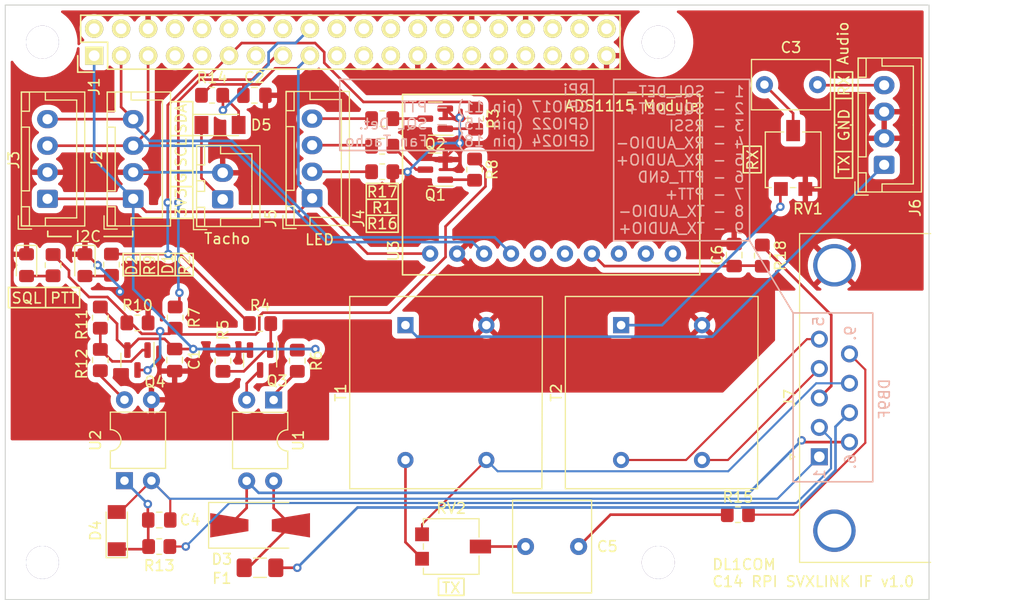
<source format=kicad_pcb>
(kicad_pcb (version 20211014) (generator pcbnew)
  (layers (0 "F.Cu" signal) (31 "B.Cu" signal) (34 "B.Paste" user) (35 "F.Paste" user) (36 "B.SilkS" user "B.Silkscreen") (37 "F.SilkS" user "F.Silkscreen") (38 "B.Mask" user) (39 "F.Mask" user) (44 "Edge.Cuts" user))
  (net 0 "")
  (net 1 "GND")
  (net 2 "+3V3")
  (net 3 "Net-(C3-Pad1)")
  (net 4 "/SOUNDCARD_RX_AUDIO")
  (net 5 "/SQL_DET-")
  (net 6 "Net-(C4-Pad2)")
  (net 7 "Net-(C5-Pad1)")
  (net 8 "Net-(C5-Pad2)")
  (net 9 "Net-(D1-Pad2)")
  (net 10 "Net-(D2-Pad2)")
  (net 11 "/PTT_GND")
  (net 12 "Net-(D3-Pad2)")
  (net 13 "/PTT+")
  (net 15 "/RPI_SDA")
  (net 17 "/RPI_SCL")
  (net 19 "/RPI_UART_TX")
  (net 20 "/RPI_UART_RX")
  (net 21 "/RPI_PTT")
  (net 24 "/RPI_SQL_DET")
  (net 26 "/RPI_FAN_TACHO")
  (net 44 "/SQL_DET+")
  (net 45 "/RSSI")
  (net 46 "/RX_AUDIO-")
  (net 47 "/RX_AUDIO+")
  (net 48 "/TX_AUDIO-")
  (net 49 "/TX_AUDIO+")
  (net 50 "Net-(Q1-Pad1)")
  (net 51 "/LED_SQL_AUX")
  (net 52 "Net-(Q2-Pad1)")
  (net 53 "Net-(Q3-Pad1)")
  (net 54 "Net-(Q3-Pad3)")
  (net 55 "Net-(Q4-Pad1)")
  (net 56 "Net-(Q4-Pad3)")
  (net 57 "/LED_PTT_AUX")
  (net 58 "Net-(R6-Pad1)")
  (net 59 "Net-(R12-Pad2)")
  (net 60 "Net-(RV1-Pad3)")
  (net 61 "Net-(RV2-Pad1)")
  (net 62 "/SOUNDCARD_TX_AUDIO")
  (net 68 "/LED_PWR_AUX")
  (net 69 "Net-(C6-Pad2)")
  (net 70 "Net-(D5-Pad1)")
  (net 71 "Net-(Q1-Pad3)")
  (net 72 "Net-(Q2-Pad3)")
  (footprint "Package_DIP:DIP-4_W7.62mm" (layer "F.Cu") (at 138.725 112.3 90)
    (fp_text reference "U2")
    (fp_text value "HCPL-B17")
  )
  (footprint "Resistor_SMD:R_0805_2012Metric_Pad1.20x1.40mm_HandSolder" (layer "F.Cu") (at 136.45 100.9375 -90)
    (fp_text reference "R12")
    (fp_text value "1k")
  )
  (footprint "Package_TO_SOT_SMD:SOT-23" (layer "F.Cu") (at 139.95 100.9375 -90)
    (fp_text reference "Q4")
    (fp_text value "BC857")
  )
  (footprint "RPi_Hat:RPi_Hat_Mounting_Hole" (layer "F.Cu") (at 189 71)
    (fp_text reference "H1" hide)
    (fp_text value "MountingHole" hide)
  )
  (footprint "Resistor_SMD:R_0805_2012Metric_Pad1.20x1.40mm_HandSolder" (layer "F.Cu") (at 137.5 91.955 90)
    (fp_text reference "R2")
    (fp_text value "1k")
  )
  (footprint "Capacitor_SMD:C_0805_2012Metric_Pad1.18x1.45mm_HandSolder" (layer "F.Cu") (at 143.45 100.9375 90)
    (fp_text reference "C1")
    (fp_text value "0.1u")
  )
  (footprint "Connector_Dsub:DSUB-9_Male_Horizontal_P2.77x2.84mm_EdgePinOffset7.70mm_Housed_MountingHolesOffset9.12mm" (layer "F.Cu") (at 204.169669 110.05 90)
    (fp_text reference "J7")
    (fp_text value "DB9F")
  )
  (footprint "Capacitor_SMD:C_0805_2012Metric_Pad1.18x1.45mm_HandSolder" (layer "F.Cu") (at 196.1475 91.0475 -90)
    (fp_text reference "C6")
    (fp_text value "1n")
  )
  (footprint "Resistor_SMD:R_0805_2012Metric_Pad1.20x1.40mm_HandSolder" (layer "F.Cu") (at 139.95 97.4375)
    (fp_text reference "R10")
    (fp_text value "10k")
  )
  (footprint "Diode_SMD:D_MiniMELF" (layer "F.Cu") (at 147.725 78.8)
    (fp_text reference "D5")
    (fp_text value "LL4148")
  )
  (footprint "RPi_Hat:RPi_Hat_Mounting_Hole" (layer "F.Cu") (at 131 71)
    (fp_text reference "H3" hide)
    (fp_text value "MountingHole" hide)
  )
  (footprint "Transformer_THT:Transformer_NF_ETAL_P3324" (layer "F.Cu") (at 165.19 97.65 90)
    (fp_text reference "T1")
    (fp_text value "1:1")
  )
  (footprint "Connector_JST:JST_XH_B4B-XH-A_1x04_P2.50mm_Vertical" (layer "F.Cu") (at 131.475 85.75 90)
    (fp_text reference "J3")
    (fp_text value "Conn_01x04")
  )
  (footprint "Capacitor_THT:C_Rect_L7.2mm_W8.5mm_P5.00mm_FKP2_FKP2_MKS2_MKP2" (layer "F.Cu") (at 181.5 118.5 180)
    (fp_text reference "C5")
    (fp_text value "2u2")
  )
  (footprint "Package_TO_SOT_SMD:SOT-23" (layer "F.Cu") (at 151.5 100.9375 -90)
    (fp_text reference "Q3")
    (fp_text value "BC847")
  )
  (footprint "LED_SMD:LED_0805_2012Metric_Pad1.15x1.40mm_HandSolder" (layer "F.Cu") (at 129.5 92 -90)
    (fp_text reference "D2")
    (fp_text value "Yellow")
  )
  (footprint "Potentiometer_SMD:Potentiometer_Vishay_TS53YL_Vertical" (layer "F.Cu") (at 169.5 118.5 180)
    (fp_text reference "RV2")
    (fp_text value "470...2k5")
  )
  (footprint "Capacitor_SMD:C_0805_2012Metric_Pad1.18x1.45mm_HandSolder" (layer "F.Cu") (at 142 116 180)
    (fp_text reference "C4")
    (fp_text value "0.1u")
  )
  (footprint "Resistor_SMD:R_0805_2012Metric_Pad1.20x1.40mm_HandSolder" (layer "F.Cu") (at 155 101 90)
    (fp_text reference "R6")
    (fp_text value "470R")
  )
  (footprint "Capacitor_SMD:C_0805_2012Metric_Pad1.18x1.45mm_HandSolder" (layer "F.Cu") (at 150.9625 76)
    (fp_text reference "C2")
    (fp_text value "0.1u")
  )
  (footprint "Package_TO_SOT_SMD:SOT-23" (layer "F.Cu") (at 168 83 180)
    (fp_text reference "Q1")
    (fp_text value "BC847")
  )
  (footprint "Resistor_SMD:R_0805_2012Metric_Pad1.20x1.40mm_HandSolder" (layer "F.Cu") (at 163 80.8 180)
    (fp_text reference "R1")
    (fp_text value "100R")
  )
  (footprint "Package_TO_SOT_SMD:SOT-23" (layer "F.Cu") (at 168 78.2 180)
    (fp_text reference "Q2")
    (fp_text value "BC847")
  )
  (footprint "Diode_SMD:D_MiniMELF" (layer "F.Cu") (at 138 117 90)
    (fp_text reference "D4")
    (fp_text value "LL4148")
  )
  (footprint "RPi_Hat:RPi_Hat_Mounting_Hole" (layer "F.Cu") (at 131 120)
    (fp_text reference "H2" hide)
    (fp_text value "MountingHole" hide)
  )
  (footprint "Diode_SMD:D_SMA-SMB_Universal_Handsoldering" (layer "F.Cu") (at 151.5 116.5)
    (fp_text reference "D3")
    (fp_text value "TVS 18V")
  )
  (footprint "Potentiometer_SMD:Potentiometer_Vishay_TS53YL_Vertical" (layer "F.Cu") (at 201.7 82.075 -90)
    (fp_text reference "RV1")
    (fp_text value "4k7...10k")
  )
  (footprint "Resistor_SMD:R_0805_2012Metric_Pad1.20x1.40mm_HandSolder" (layer "F.Cu") (at 163 78.2)
    (fp_text reference "R17")
    (fp_text value "100R")
  )
  (footprint "Connector_JST:JST_XH_B4B-XH-A_1x04_P2.50mm_Vertical" (layer "F.Cu") (at 156.4 85.7 90)
    (fp_text reference "J4")
    (fp_text value "Conn_01x04")
  )
  (footprint "Resistor_SMD:R_0805_2012Metric_Pad1.20x1.40mm_HandSolder" (layer "F.Cu") (at 163 83.2)
    (fp_text reference "R16")
    (fp_text value "100R")
  )
  (footprint "Fuse:Fuse_1206_3216Metric_Pad1.42x1.75mm_HandSolder" (layer "F.Cu") (at 151.4875 120.5)
    (fp_text reference "F1")
    (fp_text value "250mA")
  )
  (footprint "Connector_JST:JST_XH_B2B-XH-A_1x02_P2.50mm_Vertical" (layer "F.Cu") (at 147.975 85.8 90)
    (fp_text reference "J5")
    (fp_text value "Conn_01x02")
  )
  (footprint "Connector_JST:JST_XH_B4B-XH-A_1x04_P2.50mm_Vertical" (layer "F.Cu") (at 139.55 85.75 90)
    (fp_text reference "J2")
    (fp_text value "Conn_01x04")
  )
  (footprint "Resistor_SMD:R_0805_2012Metric_Pad1.20x1.40mm_HandSolder" (layer "F.Cu") (at 148 101 90)
    (fp_text reference "R5")
    (fp_text value "10k")
  )
  (footprint "LED_SMD:LED_0805_2012Metric_Pad1.15x1.40mm_HandSolder" (layer "F.Cu") (at 135 92 -90)
    (fp_text reference "D1")
    (fp_text value "Red")
  )
  (footprint "Capacitor_THT:C_Rect_L7.2mm_W4.5mm_P5.00mm_FKS2_FKP2_MKS2_MKP2" (layer "F.Cu") (at 199 75)
    (fp_text reference "C3")
    (fp_text value "1u")
  )
  (footprint "Resistor_SMD:R_0805_2012Metric_Pad1.20x1.40mm_HandSolder" (layer "F.Cu") (at 171.8 78.2 -90)
    (fp_text reference "R3")
    (fp_text value "22k")
  )
  (footprint "Resistor_SMD:R_0805_2012Metric_Pad1.20x1.40mm_HandSolder" (layer "F.Cu") (at 132 92 -90)
    (fp_text reference "R9")
    (fp_text value "1k")
  )
  (footprint "RPi_Hat:RPi_Hat_Mounting_Hole" (layer "F.Cu") (at 189 120)
    (fp_text reference "H4" hide)
    (fp_text value "MountingHole" hide)
  )
  (footprint "Resistor_SMD:R_0805_2012Metric_Pad1.20x1.40mm_HandSolder" (layer "F.Cu") (at 143.5 96.9375 90)
    (fp_text reference "R7")
    (fp_text value "1k")
  )
  (footprint "Resistor_SMD:R_0805_2012Metric_Pad1.20x1.40mm_HandSolder" (layer "F.Cu") (at 136.45 96.9375 90)
    (fp_text reference "R11")
    (fp_text value "10k")
  )
  (footprint "Resistor_SMD:R_0805_2012Metric_Pad1.20x1.40mm_HandSolder" (layer "F.Cu") (at 142 118.5 180)
    (fp_text reference "R13")
    (fp_text value "2k2")
  )
  (footprint "Resistor_SMD:R_0805_2012Metric_Pad1.20x1.40mm_HandSolder" (layer "F.Cu") (at 146.975 76)
    (fp_text reference "R14")
    (fp_text value "10k")
  )
  (footprint "Connector_JST:JST_XH_B4B-XH-A_1x04_P2.50mm_Vertical" (layer "F.Cu") (at 210.275 82.55 90)
    (fp_text reference "J6")
    (fp_text value "Conn_01x04")
  )
  (footprint "Resistor_SMD:R_0805_2012Metric_Pad1.20x1.40mm_HandSolder" (layer "F.Cu") (at 171.7 83 -90)
    (fp_text reference "R8")
    (fp_text value "22k")
  )
  (footprint "Resistor_SMD:R_0805_2012Metric_Pad1.20x1.40mm_HandSolder" (layer "F.Cu") (at 151.5 97.5 180)
    (fp_text reference "R4")
    (fp_text value "10k")
  )
  (footprint "Resistor_SMD:R_0805_2012Metric_Pad1.20x1.40mm_HandSolder" (layer "F.Cu") (at 196.5 115.5)
    (fp_text reference "R15")
    (fp_text value "470R")
  )
  (footprint "Resistor_SMD:R_0805_2012Metric_Pad1.20x1.40mm_HandSolder" (layer "F.Cu") (at 198.8 91.1 90)
    (fp_text reference "R18")
    (fp_text value "1k")
  )
  (footprint "Package_DIP:DIP-4_W7.62mm" (layer "F.Cu") (at 152.775 104.7 -90)
    (fp_text reference "U1")
    (fp_text value "TLP222A o. AQY282EH")
  )
  (footprint "ADS1115_Module:ADS1115 Module" (layer "F.Cu") (at 192.9125 92.9125 90)
    (fp_text reference "U3")
    (fp_text value "ADS1115_Module")
  )
  (footprint "Transformer_THT:Transformer_NF_ETAL_P3324" (layer "F.Cu") (at 185.5 97.65 90)
    (fp_text reference "T2")
    (fp_text value "1:1")
  )
  (footprint "RPi_Hat:Pin_Header_Straight_2x20" (layer "F.Cu") (at 160 71 90)
    (fp_text reference "J1")
    (fp_text value "RPi_GPIO Tall")
  )
  (gr_rect (start 201.7 96.5) (end 209.2 112.4) (layer "B.SilkS") (width 0.15) (fill none))
  (gr_line (start 201.7 96.5) (end 197.6 89.7) (layer "B.SilkS") (width 0.15))
  (gr_rect (start 182.9 74.5) (end 159 81.2) (layer "B.SilkS") (width 0.15) (fill none))
  (gr_rect (start 184.8 74.5) (end 197.6 89.7) (layer "B.SilkS") (width 0.15) (fill none))
  (gr_line (start 133.7 89.3) (end 131.5 89.3) (layer "F.SilkS") (width 0.15))
  (gr_line (start 205.7 78.8) (end 205.8 78.8) (layer "F.SilkS") (width 0.15))
  (gr_line (start 139.5 89.3) (end 139.5 88.8) (layer "F.SilkS") (width 0.15))
  (gr_line (start 143.5 90.9) (end 143.5 93) (layer "F.SilkS") (width 0.15))
  (gr_rect (start 127.8 94.1) (end 134.5 96) (layer "F.SilkS") (width 0.15) (fill none))
  (gr_line (start 143.06 83.1) (end 145.16 83.1) (layer "F.SilkS") (width 0.15))
  (gr_line (start 141.9 93) (end 141.9 90.9) (layer "F.SilkS") (width 0.15))
  (gr_rect (start 205.6 83.8) (end 207.3 73.8) (layer "F.SilkS") (width 0.15) (fill none))
  (gr_rect (start 197 80.8) (end 198.7 83.3) (layer "F.SilkS") (width 0.15) (fill none))
  (gr_line (start 164.5 88.9) (end 164.5 84.3) (layer "F.SilkS") (width 0.15))
  (gr_line (start 143.06 79.8) (end 145.16 79.8) (layer "F.SilkS") (width 0.15))
  (gr_line (start 145.2 93) (end 138.6 93) (layer "F.SilkS") (width 0.15))
  (gr_line (start 164.5 84.3) (end 161.5 84.3) (layer "F.SilkS") (width 0.15))
  (gr_line (start 140.2 90.9) (end 140.2 93) (layer "F.SilkS") (width 0.15))
  (gr_line (start 207.3 78.8) (end 207.1 78.8) (layer "F.SilkS") (width 0.15))
  (gr_line (start 131.5 89.3) (end 131.5 88.8) (layer "F.SilkS") (width 0.15))
  (gr_line (start 161.5 84.3) (end 161.5 88.9) (layer "F.SilkS") (width 0.15))
  (gr_line (start 161.5 88.9) (end 164.5 88.9) (layer "F.SilkS") (width 0.15))
  (gr_rect (start 143.06 76.6) (end 145.16 87.6) (layer "F.SilkS") (width 0.15) (fill none))
  (gr_line (start 205.6 76.3) (end 207.3 76.3) (layer "F.SilkS") (width 0.15))
  (gr_line (start 205.6 81.3) (end 207.3 81.3) (layer "F.SilkS") (width 0.15))
  (gr_line (start 136.8 89.3) (end 139.5 89.3) (layer "F.SilkS") (width 0.15))
  (gr_line (start 161.5 87.3) (end 164.5 87.3) (layer "F.SilkS") (width 0.15))
  (gr_line (start 143.06 84.6) (end 145.16 84.6) (layer "F.SilkS") (width 0.15))
  (gr_line (start 145.2 90.9) (end 145.2 93) (layer "F.SilkS") (width 0.15))
  (gr_line (start 161.5 85.8) (end 164.5 85.8) (layer "F.SilkS") (width 0.15))
  (gr_line (start 131.3 94.1) (end 131.3 96) (layer "F.SilkS") (width 0.15))
  (gr_line (start 138.6 90.9) (end 145.2 90.9) (layer "F.SilkS") (width 0.15))
  (gr_line (start 138.6 93) (end 138.6 90.9) (layer "F.SilkS") (width 0.15))
  (gr_rect (start 168.3 121.5) (end 170.7 123.1) (layer "F.SilkS") (width 0.15) (fill none))
  (gr_line locked (start 127.5 67.5) (end 214.5 67.5) (layer "Edge.Cuts") (width 0.1))
  (gr_line locked (start 214.5 123.5) (end 127.5 123.5) (layer "Edge.Cuts") (width 0.1))
  (gr_line locked (start 127.5 123.5) (end 127.5 67.5) (layer "Edge.Cuts") (width 0.1))
  (gr_line locked (start 214.5 67.5) (end 214.5 123.5) (layer "Edge.Cuts") (width 0.1))
  (gr_text "6." (at 207.1 110.5 90) (layer "B.SilkS") (effects (font (size 1 1)) (justify mirror)))
  (gr_text "9." (at 207.1 98.4 90) (layer "B.SilkS") (effects (font (size 1 1)) (justify mirror)))
  (gr_text "1" (at 204.2 111.7 90) (layer "B.SilkS") (effects (font (size 1 1)) (justify mirror)))
  (gr_text "5" (at 204.1 97.3 90) (layer "B.SilkS") (effects (font (size 1 1)) (justify mirror)))
  (gr_text "RPi\nGPIO17 (pin 11) - PTT\nGPIO22 (pin 15) - SQL Det.\nGPIO24 (pin 18) - Fan Tacho" (at 182.6 77.9) (layer "B.SilkS") (effects (font (size 1 1)) (justify left mirror)))
  (gr_text "1 - SQL_DET-\n2 - SQL_DET+\n3 - RSSI\n4 - RX_AUDIO-\n5 - RX_AUDIO+\n6 - PTT_GND\n7 - PTT+\n8 - TX_AUDIO-\n9 - TX_AUDIO+" (at 197.2 82.1) (layer "B.SilkS") (effects (font (size 1 1)) (justify left mirror)))
  (gr_text "DB9F" (at 210.3 104.6 90) (layer "B.SilkS") (effects (font (size 1 1)) (justify mirror)))
  (gr_text "G" (at 144.06 83.8 90) (layer "F.SilkS") (effects (font (size 1 1))))
  (gr_text "Tacho" (at 148.4 89.5) (layer "F.SilkS") (effects (font (size 1 1))))
  (gr_text "RX" (at 206.5 75.1 90) (layer "F.SilkS") (effects (font (size 1 1))))
  (gr_text "RX" (at 197.9 82.1 90) (layer "F.SilkS") (effects (font (size 1 1))))
  (gr_text "TX" (at 169.5 122.4) (layer "F.SilkS") (effects (font (size 1 1))))
  (gr_text "SCL" (at 144.06 81.4 90) (layer "F.SilkS") (effects (font (size 1 1))))
  (gr_text "3V3" (at 144.06 86.1 90) (layer "F.SilkS") (effects (font (size 1 1))))
  (gr_text "I2C" (at 135.3 89.3) (layer "F.SilkS") (effects (font (size 1 1))))
  (gr_text "SQL" (at 129.5 95.1) (layer "F.SilkS") (effects (font (size 1 1))))
  (gr_text "PTT" (at 133 95.1) (layer "F.SilkS") (effects (font (size 1 1))))
  (gr_text "TX" (at 206.5 82.5 90) (layer "F.SilkS") (effects (font (size 1 1))))
  (gr_text "LED" (at 157.1 89.6) (layer "F.SilkS") (effects (font (size 1 1))))
  (gr_text "DL1COM\nC14 RPI SVXLINK IF v1.0" (at 194 121) (layer "F.SilkS") (effects (font (size 1 1)) (justify left)))
  (gr_text "GND" (at 206.5 78.8 90) (layer "F.SilkS") (effects (font (size 1 1))))
  (gr_text "Audio" (at 206.4 71.1 90) (layer "F.SilkS") (effects (font (size 1 1))))
  (gr_text "SDA" (at 144.06 78.2 90) (layer "F.SilkS") (effects (font (size 1 1))))
  (segment (start 164 83.2) (end 165.375402 83.2) (width 0.25) (layer "F.Cu") (net 1))
  (segment (start 140.95 97.15) (end 140.95 97.4375) (width 0.25) (layer "F.Cu") (net 1))
  (segment (start 165.375402 83.2) (end 165.387701 83.212299) (width 0.25) (layer "F.Cu") (net 1))
  (segment (start 168.9375 81.8625) (end 170.3 80.5) (width 0.25) (layer "F.Cu") (net 1))
  (segment (start 135 90.975) (end 135.175 90.975) (width 0.25) (layer "F.Cu") (net 1))
  (segment (start 168.9375 82.05) (end 168.9375 81.8625) (width 0.25) (layer "F.Cu") (net 1))
  (segment (start 169.7875 78.1) (end 168.9375 77.25) (width 0.25) (layer "F.Cu") (net 1))
  (segment (start 170.3 78.1) (end 169.7875 78.1) (width 0.25) (layer "F.Cu") (net 1))
  (segment (start 135.175 90.975) (end 136.2 92) (width 0.25) (layer "F.Cu") (net 1))
  (via (at 136.2 92) (size 0.8) (drill 0.4) (layers "F.Cu" "B.Cu") (net 1))
  (via (at 170.3 80.5) (size 0.8) (drill 0.4) (layers "F.Cu" "B.Cu") (net 1))
  (via (at 165.387701 83.212299) (size 0.8) (drill 0.4) (layers "F.Cu" "B.Cu") (net 1))
  (via (at 170.3 78.1) (size 0.8) (drill 0.4) (layers "F.Cu" "B.Cu") (net 1))
  (via (at 138.3 94.5) (size 0.8) (drill 0.4) (layers "F.Cu" "B.Cu") (net 1))
  (segment (start 139.55 83.25) (end 147.925 83.25) (width 0.25) (layer "B.Cu") (net 1))
  (segment (start 165.387701 83.212299) (end 168.1 80.5) (width 0.25) (layer "B.Cu") (net 1))
  (segment (start 147.925 83.25) (end 147.975 83.3) (width 0.25) (layer "B.Cu") (net 1))
  (segment (start 168.1 80.5) (end 170.3 80.5) (width 0.25) (layer "B.Cu") (net 1))
  (segment (start 136.2 92) (end 138.3 94.1) (width 0.25) (layer "B.Cu") (net 1))
  (segment (start 170.3 80.5) (end 170.3 78.1) (width 0.25) (layer "B.Cu") (net 1))
  (segment (start 138.3 94.1) (end 138.3 94.5) (width 0.25) (layer "B.Cu") (net 1))
  (segment (start 143.45 99.9) (end 145.2 99.9) (width 0.25) (layer "F.Cu") (net 2))
  (segment (start 143.45 99.9) (end 142.48798 98.93798) (width 0.25) (layer "F.Cu") (net 2))
  (segment (start 167.5125 90.9125) (end 161.6125 90.9125) (width 0.25) (layer "F.Cu") (net 2))
  (segment (start 146.99952 74.97548) (end 149.92452 74.97548) (width 0.25) (layer "F.Cu") (net 2))
  (segment (start 131.475 85.75) (end 139.55 85.75) (width 0.25) (layer "F.Cu") (net 2))
  (segment (start 149.92452 74.97548) (end 151.399527 74.97548) (width 0.25) (layer "F.Cu") (net 2))
  (segment (start 142.48798 98.93798) (end 140.06202 98.93798) (width 0.25) (layer "F.Cu") (net 2))
  (segment (start 156.7 99.9) (end 155.1 99.9) (width 0.25) (layer "F.Cu") (net 2))
  (segment (start 140.77452 86.97452) (end 155.12548 86.97452) (width 0.25) (layer "F.Cu") (net 2))
  (segment (start 155.1 99.9) (end 155 100) (width 0.25) (layer "F.Cu") (net 2))
  (segment (start 138.02548 97.51298) (end 136.45 95.9375) (width 0.25) (layer "F.Cu") (net 2))
  (segment (start 140.06202 98.93798) (end 139 100) (width 0.25) (layer "F.Cu") (net 2))
  (segment (start 155.001889 73.458111) (end 156.19 72.27) (width 0.25) (layer "F.Cu") (net 2))
  (segment (start 145.975 76) (end 146.99952 74.97548) (width 0.25) (layer "F.Cu") (net 2))
  (segment (start 139.55 85.75) (end 140.77452 86.97452) (width 0.25) (layer "F.Cu") (net 2))
  (segment (start 149.925 76) (end 149.925 74.97596) (width 0.25) (layer "F.Cu") (net 2))
  (segment (start 138.02548 99.02548) (end 138.02548 97.51298) (width 0.25) (layer "F.Cu") (net 2))
  (segment (start 139 100) (end 138.02548 99.02548) (width 0.25) (layer "F.Cu") (net 2))
  (segment (start 151.399527 74.97548) (end 152.916896 73.458111) (width 0.25) (layer "F.Cu") (net 2))
  (segment (start 149.925 74.97596) (end 149.92452 74.97548) (width 0.25) (layer "F.Cu") (net 2))
  (segment (start 155.12548 86.97452) (end 156.4 85.7) (width 0.25) (layer "F.Cu") (net 2))
  (segment (start 161.6125 90.9125) (end 156.4 85.7) (width 0.25) (layer "F.Cu") (net 2))
  (segment (start 152.916896 73.458111) (end 155.001889 73.458111) (width 0.25) (layer "F.Cu") (net 2))
  (via (at 156.7 99.9) (size 0.8) (drill 0.4) (layers "F.Cu" "B.Cu") (net 2))
  (via (at 145.2 99.9) (size 0.8) (drill 0.4) (layers "F.Cu" "B.Cu") (net 2))
  (segment (start 156.4 85.7) (end 155.10048 84.40048) (width 0.25) (layer "B.Cu") (net 2))
  (segment (start 155.10048 73.35952) (end 156.19 72.27) (width 0.25) (layer "B.Cu") (net 2))
  (segment (start 145.2 99.9) (end 156.7 99.9) (width 0.25) (layer "B.Cu") (net 2))
  (segment (start 135.87 82.07) (end 135.87 72.27) (width 0.25) (layer "B.Cu") (net 2))
  (segment (start 155.10048 84.40048) (end 155.10048 73.35952) (width 0.25) (layer "B.Cu") (net 2))
  (segment (start 139.55 94.25) (end 145.2 99.9) (width 0.25) (layer "B.Cu") (net 2))
  (segment (start 139.55 85.75) (end 135.87 82.07) (width 0.25) (layer "B.Cu") (net 2))
  (segment (start 139.55 85.75) (end 139.55 94.25) (width 0.25) (layer "B.Cu") (net 2))
  (segment (start 201.7 79.325) (end 201.7 77.7) (width 0.25) (layer "F.Cu") (net 3))
  (segment (start 201.7 77.7) (end 199 75) (width 0.25) (layer "F.Cu") (net 3))
  (segment (start 210.275 75.05) (end 204.05 75.05) (width 0.25) (layer "F.Cu") (net 4))
  (segment (start 204.05 75.05) (end 204 75) (width 0.25) (layer "F.Cu") (net 4))
  (segment (start 143.0375 114.0725) (end 143.0375 116) (width 0.2) (layer "F.Cu") (net 5))
  (segment (start 138.315 115.25) (end 138 115.25) (width 0.2) (layer "F.Cu") (net 5))
  (segment (start 141.265 112.3) (end 138.315 115.25) (width 0.2) (layer "F.Cu") (net 5))
  (segment (start 141.265 112.3) (end 143.0375 114.0725) (width 0.2) (layer "F.Cu") (net 5))
  (segment (start 141.265 112.3) (end 142.965 114) (width 0.2) (layer "B.Cu") (net 5))
  (segment (start 142.965 114) (end 200.219669 114) (width 0.2) (layer "B.Cu") (net 5))
  (segment (start 200.219669 114) (end 204.169669 110.05) (width 0.2) (layer "B.Cu") (net 5))
  (segment (start 140.75 118.75) (end 141 118.5) (width 0.25) (layer "F.Cu") (net 6))
  (segment (start 140.9625 116) (end 140.9625 118.4625) (width 0.25) (layer "F.Cu") (net 6))
  (segment (start 140.925 114.5) (end 140.925 115.9625) (width 0.25) (layer "F.Cu") (net 6))
  (segment (start 140.9625 118.4625) (end 141 118.5) (width 0.25) (layer "F.Cu") (net 6))
  (segment (start 140.925 115.9625) (end 140.9625 116) (width 0.25) (layer "F.Cu") (net 6))
  (segment (start 138 118.75) (end 140.75 118.75) (width 0.25) (layer "F.Cu") (net 6))
  (via (at 140.925 114.5) (size 0.8) (drill 0.4) (layers "F.Cu" "B.Cu") (net 6))
  (segment (start 138.725 112.3) (end 140.925 114.5) (width 0.25) (layer "B.Cu") (net 6))
  (segment (start 184.5 115.5) (end 195.5 115.5) (width 0.25) (layer "F.Cu") (net 7))
  (segment (start 181.5 118.5) (end 184.5 115.5) (width 0.25) (layer "F.Cu") (net 7))
  (segment (start 172.25 118.5) (end 176.5 118.5) (width 0.25) (layer "F.Cu") (net 8))
  (segment (start 137.43 93.025) (end 137.5 92.955) (width 0.25) (layer "F.Cu") (net 9))
  (segment (start 135 93.025) (end 137.43 93.025) (width 0.25) (layer "F.Cu") (net 9))
  (segment (start 129.5 93.025) (end 131.975 93.025) (width 0.25) (layer "F.Cu") (net 10))
  (segment (start 131.975 93.025) (end 132 93) (width 0.25) (layer "F.Cu") (net 10))
  (segment (start 202.665 108.665) (end 207.009669 108.665) (width 0.25) (layer "F.Cu") (net 11))
  (segment (start 150.235 114.865) (end 150.235 112.32) (width 0.25) (layer "F.Cu") (net 11))
  (segment (start 202.5 108.5) (end 202.665 108.665) (width 0.25) (layer "F.Cu") (net 11))
  (segment (start 148.6 116.5) (end 150.235 114.865) (width 0.25) (layer "F.Cu") (net 11))
  (via (at 202.5 108.5) (size 0.8) (drill 0.4) (layers "F.Cu" "B.Cu") (net 11))
  (segment (start 151.359511 113.444511) (end 197.555489 113.444511) (width 0.25) (layer "B.Cu") (net 11))
  (segment (start 197.555489 113.444511) (end 202.5 108.5) (width 0.25) (layer "B.Cu") (net 11))
  (segment (start 150.235 112.32) (end 151.359511 113.444511) (width 0.25) (layer "B.Cu") (net 11))
  (segment (start 152.775 112.32) (end 152.775 114.875) (width 0.25) (layer "F.Cu") (net 12))
  (segment (start 152.775 114.875) (end 154.4 116.5) (width 0.25) (layer "F.Cu") (net 12))
  (segment (start 150 120.5) (end 150.4 120.5) (width 0.25) (layer "F.Cu") (net 12))
  (segment (start 150.4 120.5) (end 154.4 116.5) (width 0.25) (layer "F.Cu") (net 12))
  (segment (start 152.975 120.5) (end 155 120.5) (width 0.25) (layer "F.Cu") (net 13))
  (via (at 155 120.5) (size 0.8) (drill 0.4) (layers "F.Cu" "B.Cu") (net 13))
  (segment (start 155 120.5) (end 160.675962 114.824038) (width 0.25) (layer "B.Cu") (net 13))
  (segment (start 160.675962 114.824038) (end 202.195014 114.824038) (width 0.25) (layer "B.Cu") (net 13))
  (segment (start 205.6937 107.210969) (end 207.009669 105.895) (width 0.25) (layer "B.Cu") (net 13))
  (segment (start 205.6937 111.325352) (end 205.6937 107.210969) (width 0.25) (layer "B.Cu") (net 13))
  (segment (start 202.195014 114.824038) (end 205.6937 111.325352) (width 0.25) (layer "B.Cu") (net 13))
  (segment (start 138.41 72.27) (end 138.41 77.11) (width 0.25) (layer "F.Cu") (net 15))
  (segment (start 138.41 77.11) (end 139.55 78.25) (width 0.25) (layer "F.Cu") (net 15))
  (segment (start 131.475 78.25) (end 139.55 78.25) (width 0.25) (layer "F.Cu") (net 15))
  (segment (start 175.1325 90.9125) (end 173.596469 89.376469) (width 0.25) (layer "B.Cu") (net 15))
  (segment (start 148.862987 80.30048) (end 141.1 80.30048) (width 0.25) (layer "B.Cu") (net 15))
  (segment (start 139.55 78.75048) (end 139.55 78.25) (width 0.25) (layer "B.Cu") (net 15))
  (segment (start 157.938976 89.376469) (end 148.862987 80.30048) (width 0.25) (layer "B.Cu") (net 15))
  (segment (start 173.596469 89.376469) (end 157.938976 89.376469) (width 0.25) (layer "B.Cu") (net 15))
  (segment (start 141.1 80.30048) (end 139.55 78.75048) (width 0.25) (layer "B.Cu") (net 15))
  (segment (start 140.95 79.35) (end 139.55 80.75) (width 0.25) (layer "F.Cu") (net 17))
  (segment (start 131.475 80.75) (end 139.55 80.75) (width 0.25) (layer "F.Cu") (net 17))
  (segment (start 140.95 72.27) (end 140.95 79.35) (width 0.25) (layer "F.Cu") (net 17))
  (segment (start 171.505989 89.825989) (end 172.5925 90.9125) (width 0.25) (layer "B.Cu") (net 17))
  (segment (start 139.55 80.75) (end 148.676789 80.75) (width 0.25) (layer "B.Cu") (net 17))
  (segment (start 157.752778 89.825989) (end 171.505989 89.825989) (width 0.25) (layer "B.Cu") (net 17))
  (segment (start 148.676789 80.75) (end 157.752778 89.825989) (width 0.25) (layer "B.Cu") (net 17))
  (segment (start 157.541889 71.941645) (end 157.541889 72.941889) (width 0.25) (layer "F.Cu") (net 21))
  (segment (start 143.1 76.62679) (end 142.800497 76.926293) (width 0.25) (layer "F.Cu") (net 21))
  (segment (start 146.76356 74.07644) (end 145.65035 74.07644) (width 0.25) (layer "F.Cu") (net 21))
  (segment (start 157.541889 72.941889) (end 161.22548 76.62548) (width 0.25) (layer "F.Cu") (net 21))
  (segment (start 149.758111 71.081889) (end 156.682133 71.081889) (width 0.25) (layer "F.Cu") (net 21))
  (segment (start 156.682133 71.081889) (end 157.541889 71.941645) (width 0.25) (layer "F.Cu") (net 21))
  (segment (start 137.5 90.955) (end 142.855 90.955) (width 0.25) (layer "F.Cu") (net 21))
  (segment (start 143.955 90.955) (end 150.5 97.5) (width 0.25) (layer "F.Cu") (net 21))
  (segment (start 145.65035 74.07644) (end 143.1 76.62679) (width 0.25) (layer "F.Cu") (net 21))
  (segment (start 148.57 72.27) (end 149.758111 71.081889) (width 0.25) (layer "F.Cu") (net 21))
  (segment (start 171.22548 76.62548) (end 171.8 77.2) (width 0.25) (layer "F.Cu") (net 21))
  (segment (start 142.855 90.955) (end 143.955 90.955) (width 0.25) (layer "F.Cu") (net 21))
  (segment (start 142.800497 76.926293) (end 142.800497 86.1) (width 0.25) (layer "F.Cu") (net 21))
  (segment (start 161.22548 76.62548) (end 171.22548 76.62548) (width 0.25) (layer "F.Cu") (net 21))
  (segment (start 148.57 72.27) (end 146.76356 74.07644) (width 0.25) (layer "F.Cu") (net 21))
  (via (at 142.800497 86.1) (size 0.8) (drill 0.4) (layers "F.Cu" "B.Cu") (net 21))
  (via (at 142.855 90.955) (size 0.8) (drill 0.4) (layers "F.Cu" "B.Cu") (net 21))
  (segment (start 142.800497 86.1) (end 142.800497 90.900497) (width 0.25) (layer "B.Cu") (net 21))
  (segment (start 142.800497 90.900497) (end 142.855 90.955) (width 0.25) (layer "B.Cu") (net 21))
  (segment (start 153.65 72.27) (end 153.019282 72.27) (width 0.25) (layer "F.Cu") (net 24))
  (segment (start 143.9 95.5375) (end 143.5 95.9375) (width 0.25) (layer "F.Cu") (net 24))
  (segment (start 145.836547 74.52596) (end 143.8 76.562507) (width 0.25) (layer "F.Cu") (net 24))
  (segment (start 143.9 94.6) (end 143.9 95.5375) (width 0.25) (layer "F.Cu") (net 24))
  (segment (start 153.019282 72.27) (end 150.763322 74.52596) (width 0.25) (layer "F.Cu") (net 24))
  (segment (start 143.8 76.562507) (end 143.8 86.1) (width 0.25) (layer "F.Cu") (net 24))
  (segment (start 150.763322 74.52596) (end 145.836547 74.52596) (width 0.25) (layer "F.Cu") (net 24))
  (via (at 143.8 86.1) (size 0.8) (drill 0.4) (layers "F.Cu" "B.Cu") (net 24))
  (via (at 143.9 94.6) (size 0.8) (drill 0.4) (layers "F.Cu" "B.Cu") (net 24))
  (segment (start 143.8 86.1) (end 143.8 94.5) (width 0.25) (layer "B.Cu") (net 24))
  (segment (start 143.8 94.5) (end 143.9 94.6) (width 0.25) (layer "B.Cu") (net 24))
  (segment (start 147.975 76) (end 149.475 77.5) (width 0.25) (layer "F.Cu") (net 26))
  (segment (start 148 77.4) (end 148 76.025) (width 0.25) (layer "F.Cu") (net 26))
  (segment (start 148 76.025) (end 147.975 76) (width 0.25) (layer "F.Cu") (net 26))
  (segment (start 149.475 77.5) (end 149.475 78.8) (width 0.25) (layer "F.Cu") (net 26))
  (via (at 148 77.4) (size 0.8) (drill 0.4) (layers "F.Cu" "B.Cu") (net 26))
  (segment (start 153.157867 71.081889) (end 152.298111 71.941645) (width 0.25) (layer "B.Cu") (net 26))
  (segment (start 156.19 69.73) (end 154.838111 71.081889) (width 0.25) (layer "B.Cu") (net 26))
  (segment (start 154.838111 71.081889) (end 153.157867 71.081889) (width 0.25) (layer "B.Cu") (net 26))
  (segment (start 152.298111 71.941645) (end 152.298111 73.101889) (width 0.25) (layer "B.Cu") (net 26))
  (segment (start 152.298111 73.101889) (end 148 77.4) (width 0.25) (layer "B.Cu") (net 26))
  (segment (start 143 118.5) (end 144.5 118.5) (width 0.2) (layer "F.Cu") (net 44))
  (via (at 144.5 118.5) (size 0.8) (drill 0.4) (layers "F.Cu" "B.Cu") (net 44))
  (segment (start 205.26918 111.149511) (end 205.26918 108.379511) (width 0.2) (layer "B.Cu") (net 44))
  (segment (start 202.019172 114.399519) (end 205.26918 111.149511) (width 0.2) (layer "B.Cu") (net 44))
  (segment (start 144.5 118.5) (end 148.600481 114.399519) (width 0.2) (layer "B.Cu") (net 44))
  (segment (start 148.600481 114.399519) (end 202.019172 114.399519) (width 0.2) (layer "B.Cu") (net 44))
  (segment (start 205.26918 108.379511) (end 204.169669 107.28) (width 0.2) (layer "B.Cu") (net 44))
  (segment (start 205.29418 103.385489) (end 205.29418 96.69418) (width 0.25) (layer "F.Cu") (net 45))
  (segment (start 205.29418 96.69418) (end 198.6475 90.0475) (width 0.25) (layer "F.Cu") (net 45))
  (segment (start 204.169669 104.51) (end 205.29418 103.385489) (width 0.25) (layer "F.Cu") (net 45))
  (segment (start 195.559669 110.35) (end 204.169669 101.74) (width 0.2) (layer "F.Cu") (net 46))
  (segment (start 193.12 110.35) (end 195.559669 110.35) (width 0.2) (layer "F.Cu") (net 46))
  (segment (start 204.169669 98.97) (end 203.001624 98.97) (width 0.2) (layer "F.Cu") (net 47))
  (segment (start 203.001624 98.97) (end 191.621624 110.35) (width 0.2) (layer "F.Cu") (net 47))
  (segment (start 191.621624 110.35) (end 185.5 110.35) (width 0.2) (layer "F.Cu") (net 47))
  (segment (start 172.81 110.35) (end 166.75 116.41) (width 0.2) (layer "F.Cu") (net 48))
  (segment (start 166.75 116.41) (end 166.75 117.35) (width 0.2) (layer "F.Cu") (net 48))
  (segment (start 173.869511 111.409511) (end 195.590489 111.409511) (width 0.2) (layer "B.Cu") (net 48))
  (segment (start 172.81 110.35) (end 173.869511 111.409511) (width 0.2) (layer "B.Cu") (net 48))
  (segment (start 195.590489 111.409511) (end 203.875 103.125) (width 0.2) (layer "B.Cu") (net 48))
  (segment (start 203.875 103.125) (end 207.009669 103.125) (width 0.2) (layer "B.Cu") (net 48))
  (segment (start 208.5 101.845331) (end 207.009669 100.355) (width 0.2) (layer "F.Cu") (net 49))
  (segment (start 197.5 115.5) (end 201.729613 115.5) (width 0.2) (layer "F.Cu") (net 49))
  (segment (start 208.5 108.729613) (end 208.5 101.845331) (width 0.2) (layer "F.Cu") (net 49))
  (segment (start 201.729613 115.5) (end 208.5 108.729613) (width 0.2) (layer "F.Cu") (net 49))
  (segment (start 171.65 83.95) (end 171.7 84) (width 0.25) (layer "F.Cu") (net 50))
  (segment (start 168.9375 83.95) (end 171.65 83.95) (width 0.25) (layer "F.Cu") (net 50))
  (segment (start 161.9 80.7) (end 156.4 80.7) (width 0.25) (layer "F.Cu") (net 51))
  (segment (start 162 80.8) (end 161.9 80.7) (width 0.25) (layer "F.Cu") (net 51))
  (segment (start 168.9375 79.15) (end 171.75 79.15) (width 0.25) (layer "F.Cu") (net 52))
  (segment (start 171.75 79.15) (end 171.8 79.2) (width 0.25) (layer "F.Cu") (net 52))
  (segment (start 151.966428 100) (end 152.45 100) (width 0.25) (layer "F.Cu") (net 53))
  (segment (start 152.5 97.5) (end 152.5 99.95) (width 0.25) (layer "F.Cu") (net 53))
  (segment (start 152.5 99.95) (end 152.45 100) (width 0.25) (layer "F.Cu") (net 53))
  (segment (start 148 102) (end 149.966428 102) (width 0.25) (layer "F.Cu") (net 53))
  (segment (start 149.966428 102) (end 151.966428 100) (width 0.25) (layer "F.Cu") (net 53))
  (segment (start 150.235 103.14) (end 150.235 104.7) (width 0.25) (layer "F.Cu") (net 54))
  (segment (start 151.5 101.875) (end 150.235 103.14) (width 0.25) (layer "F.Cu") (net 54))
  (segment (start 136.45 99.9375) (end 137.57452 101.06202) (width 0.25) (layer "F.Cu") (net 55))
  (segment (start 137.57452 101.06202) (end 139.354408 101.06202) (width 0.25) (layer "F.Cu") (net 55))
  (segment (start 136.45 97.9375) (end 136.45 99.9375) (width 0.25) (layer "F.Cu") (net 55))
  (segment (start 139.354408 101.06202) (end 140.416428 100) (width 0.25) (layer "F.Cu") (net 55))
  (segment (start 140.416428 100) (end 140.9 100) (width 0.25) (layer "F.Cu") (net 55))
  (segment (start 163.72452 96.47548) (end 168.965989 91.234011) (width 0.25) (layer "F.Cu") (net 56))
  (segment (start 172.72452 83.02452) (end 171.7 82) (width 0.25) (layer "F.Cu") (net 56))
  (segment (start 168.965989 91.234011) (end 168.965989 88.346504) (width 0.25) (layer "F.Cu") (net 56))
  (segment (start 137.124993 95) (end 135.387507 95) (width 0.25) (layer "F.Cu") (net 56))
  (segment (start 135.387507 95) (end 133.5 93.112493) (width 0.25) (layer "F.Cu") (net 56))
  (segment (start 138.95 96.825007) (end 137.124993 95) (width 0.25) (layer "F.Cu") (net 56))
  (segment (start 151.761067 96.47548) (end 163.72452 96.47548) (width 0.25) (layer "F.Cu") (net 56))
  (segment (start 139.95 101.875) (end 140.875 101.875) (width 0.25) (layer "F.Cu") (net 56))
  (segment (start 133.5 93.112493) (end 133.5 92.5) (width 0.25) (layer "F.Cu") (net 56))
  (segment (start 133.5 92.5) (end 132 91) (width 0.25) (layer "F.Cu") (net 56))
  (segment (start 151.42452 96.812027) (end 151.42452 98.187973) (width 0.25) (layer "F.Cu") (net 56))
  (segment (start 139.337507 97.4375) (end 140.362027 98.46202) (width 0.25) (layer "F.Cu") (net 56))
  (segment (start 168.965989 88.346504) (end 172.72452 84.587973) (width 0.25) (layer "F.Cu") (net 56))
  (segment (start 138.95 97.4375) (end 138.95 96.825007) (width 0.25) (layer "F.Cu") (net 56))
  (segment (start 140.875 101.875) (end 140.9 101.9) (width 0.25) (layer "F.Cu") (net 56))
  (segment (start 144.08702 98.52452) (end 143.5 97.9375) (width 0.25) (layer "F.Cu") (net 56))
  (segment (start 151.42452 96.812027) (end 151.761067 96.47548) (width 0.25) (layer "F.Cu") (net 56))
  (segment (start 172.72452 84.587973) (end 172.72452 83.02452) (width 0.25) (layer "F.Cu") (net 56))
  (segment (start 138.95 97.4375) (end 139.337507 97.4375) (width 0.25) (layer "F.Cu") (net 56))
  (segment (start 151.42452 98.187973) (end 151.087973 98.52452) (width 0.25) (layer "F.Cu") (net 56))
  (segment (start 140.362027 98.46202) (end 142.97548 98.46202) (width 0.25) (layer "F.Cu") (net 56))
  (segment (start 151.087973 98.52452) (end 144.08702 98.52452) (width 0.25) (layer "F.Cu") (net 56))
  (segment (start 142.97548 98.46202) (end 143.5 97.9375) (width 0.25) (layer "F.Cu") (net 56))
  (via (at 142.084467 98.21348) (size 0.8) (drill 0.4) (layers "F.Cu" "B.Cu") (net 56))
  (via (at 140.9 101.9) (size 0.8) (drill 0.4) (layers "F.Cu" "B.Cu") (net 56))
  (segment (start 140.9 101.9) (end 142.084467 100.715533) (width 0.25) (layer "B.Cu") (net 56))
  (segment (start 142.084467 100.715533) (end 142.084467 98.21348) (width 0.25) (layer "B.Cu") (net 56))
  (segment (start 162 78.2) (end 156.4 78.2) (width 0.25) (layer "F.Cu") (net 57))
  (segment (start 152.775 104.225) (end 152.775 104.7) (width 0.25) (layer "F.Cu") (net 58))
  (segment (start 155 102) (end 152.775 104.225) (width 0.25) (layer "F.Cu") (net 58))
  (segment (start 136.45 101.9375) (end 136.45 102.405) (width 0.25) (layer "F.Cu") (net 59))
  (segment (start 136.45 102.405) (end 138.725 104.68) (width 0.25) (layer "F.Cu") (net 59))
  (segment (start 200.5 86.5) (end 200.5 84.875) (width 0.25) (layer "F.Cu") (net 60))
  (segment (start 200.5 84.875) (end 200.55 84.825) (width 0.25) (layer "F.Cu") (net 60))
  (via (at 200.5 86.5) (size 0.8) (drill 0.4) (layers "F.Cu" "B.Cu") (net 60))
  (segment (start 185.5 97.65) (end 189.35 97.65) (width 0.25) (layer "B.Cu") (net 60))
  (segment (start 189.35 97.65) (end 200.5 86.5) (width 0.25) (layer "B.Cu") (net 60))
  (segment (start 166.75 119.65) (end 165.19 118.09) (width 0.25) (layer "F.Cu") (net 61))
  (segment (start 165.19 118.09) (end 165.19 110.35) (width 0.25) (layer "F.Cu") (net 61))
  (segment (start 165.19 97.65) (end 166.274511 98.734511) (width 0.25) (layer "B.Cu") (net 62))
  (segment (start 166.274511 98.734511) (end 194.090489 98.734511) (width 0.25) (layer "B.Cu") (net 62))
  (segment (start 194.090489 98.734511) (end 210.275 82.55) (width 0.25) (layer "B.Cu") (net 62))
  (segment (start 162 83.2) (end 156.4 83.2) (width 0.25) (layer "F.Cu") (net 68))
  (segment (start 198.6475 92.0475) (end 196.185 92.0475) (width 0.25) (layer "F.Cu") (net 69))
  (segment (start 196.185 92.0475) (end 196.1475 92.085) (width 0.25) (layer "F.Cu") (net 69))
  (segment (start 182.7525 90.9125) (end 183.925 92.085) (width 0.25) (layer "F.Cu") (net 69))
  (segment (start 183.925 92.085) (end 196.1475 92.085) (width 0.25) (layer "F.Cu") (net 69))
  (segment (start 145.975 78.8) (end 145.975 83.8) (width 0.25) (layer "F.Cu") (net 70))
  (segment (start 145.975 83.8) (end 147.975 85.8) (width 0.25) (layer "F.Cu") (net 70))
  (segment (start 166.2 83) (end 164 80.8) (width 0.25) (layer "F.Cu") (net 71))
  (segment (start 167.0625 83) (end 166.2 83) (width 0.25) (layer "F.Cu") (net 71))
  (segment (start 167.0625 78.2) (end 164 78.2) (width 0.25) (layer "F.Cu") (net 72))
  (zone (net 1) (net_name "GND") (layer "F.Cu") (connect_pads (clearance 0.508)) (min_thickness 0.254) (fill yes (thermal_gap 0.508) (thermal_bridge_width 0.508))
    (polygon (pts (xy 214.5 94.4) (xy 200 94.4) (xy 200 99.1) (xy 195.1 104) (xy 158 104) (xy 158 108.5) (xy 127.5 108.5) (xy 127.5 67.5) (xy 214.5 67.5)))
  )
)
</source>
